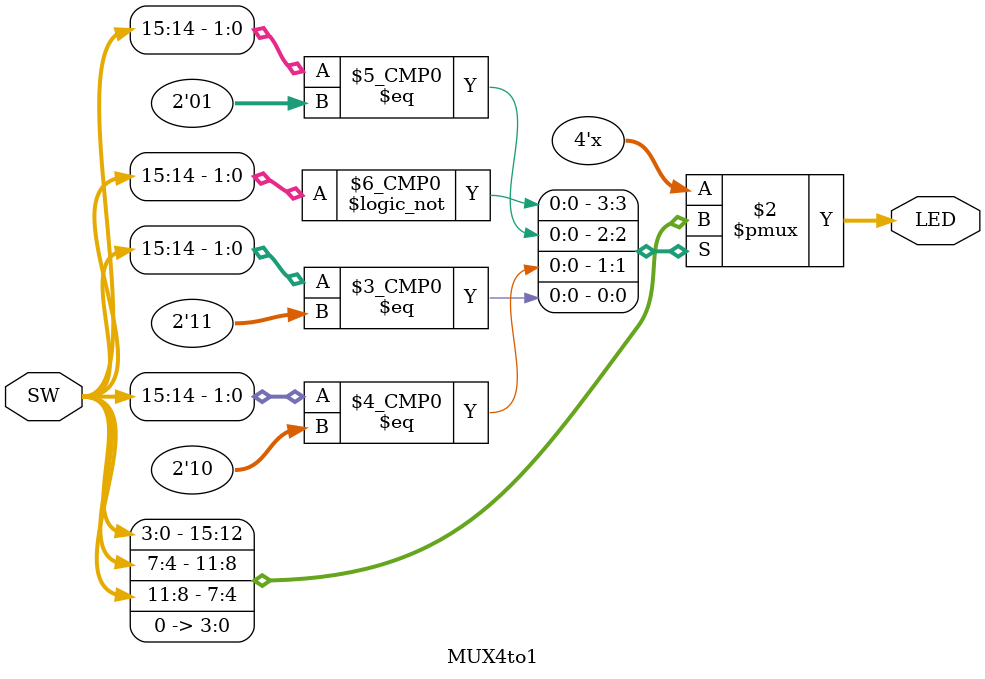
<source format=v>
`timescale 1ns / 1ps

module MUX4to1 (input [15:0] SW, output reg [3:0] LED);
    always @(*) begin
        case (SW[15:14])
            2'b00: LED = SW[3:0];
            2'b01: LED = SW[7:4];
            2'b10: LED = SW[11:8];
            2'b11: LED = 4'b0000;
            default: LED = 4'b0000;
        endcase
    end
endmodule
</source>
